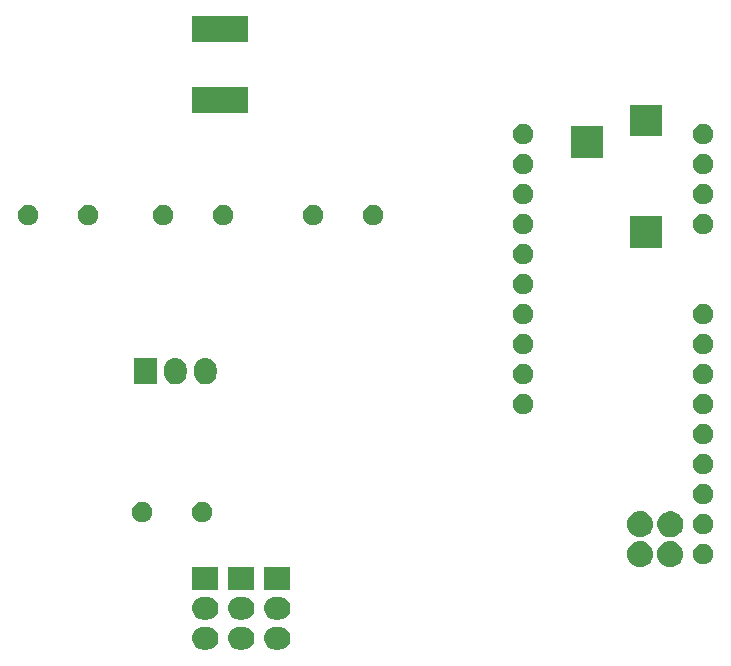
<source format=gbs>
G04 #@! TF.FileFunction,Soldermask,Bot*
%FSLAX46Y46*%
G04 Gerber Fmt 4.6, Leading zero omitted, Abs format (unit mm)*
G04 Created by KiCad (PCBNEW 4.0.1-stable) date 2016/05/06 11:29:42*
%MOMM*%
G01*
G04 APERTURE LIST*
%ADD10C,0.100000*%
G04 APERTURE END LIST*
D10*
G36*
X120218158Y-137568051D02*
X120224354Y-137568094D01*
X120411244Y-137589057D01*
X120590502Y-137645921D01*
X120755302Y-137736521D01*
X120899366Y-137857404D01*
X121017206Y-138003968D01*
X121104334Y-138170629D01*
X121157432Y-138351039D01*
X121157436Y-138351078D01*
X121157438Y-138351086D01*
X121174479Y-138538325D01*
X121154826Y-138725310D01*
X121154823Y-138725319D01*
X121154819Y-138725359D01*
X121099207Y-138905010D01*
X121009761Y-139070438D01*
X120889886Y-139215342D01*
X120744148Y-139334203D01*
X120578099Y-139422493D01*
X120398064Y-139476848D01*
X120210900Y-139495200D01*
X119895265Y-139495200D01*
X119888042Y-139495149D01*
X119881846Y-139495106D01*
X119694956Y-139474143D01*
X119515698Y-139417279D01*
X119350898Y-139326679D01*
X119206834Y-139205796D01*
X119088994Y-139059232D01*
X119001866Y-138892571D01*
X118948768Y-138712161D01*
X118948764Y-138712122D01*
X118948762Y-138712114D01*
X118931721Y-138524875D01*
X118951374Y-138337890D01*
X118951377Y-138337881D01*
X118951381Y-138337841D01*
X119006993Y-138158190D01*
X119096439Y-137992762D01*
X119216314Y-137847858D01*
X119362052Y-137728997D01*
X119528101Y-137640707D01*
X119708136Y-137586352D01*
X119895300Y-137568000D01*
X120210935Y-137568000D01*
X120218158Y-137568051D01*
X120218158Y-137568051D01*
G37*
G36*
X117170158Y-137568051D02*
X117176354Y-137568094D01*
X117363244Y-137589057D01*
X117542502Y-137645921D01*
X117707302Y-137736521D01*
X117851366Y-137857404D01*
X117969206Y-138003968D01*
X118056334Y-138170629D01*
X118109432Y-138351039D01*
X118109436Y-138351078D01*
X118109438Y-138351086D01*
X118126479Y-138538325D01*
X118106826Y-138725310D01*
X118106823Y-138725319D01*
X118106819Y-138725359D01*
X118051207Y-138905010D01*
X117961761Y-139070438D01*
X117841886Y-139215342D01*
X117696148Y-139334203D01*
X117530099Y-139422493D01*
X117350064Y-139476848D01*
X117162900Y-139495200D01*
X116847265Y-139495200D01*
X116840042Y-139495149D01*
X116833846Y-139495106D01*
X116646956Y-139474143D01*
X116467698Y-139417279D01*
X116302898Y-139326679D01*
X116158834Y-139205796D01*
X116040994Y-139059232D01*
X115953866Y-138892571D01*
X115900768Y-138712161D01*
X115900764Y-138712122D01*
X115900762Y-138712114D01*
X115883721Y-138524875D01*
X115903374Y-138337890D01*
X115903377Y-138337881D01*
X115903381Y-138337841D01*
X115958993Y-138158190D01*
X116048439Y-137992762D01*
X116168314Y-137847858D01*
X116314052Y-137728997D01*
X116480101Y-137640707D01*
X116660136Y-137586352D01*
X116847300Y-137568000D01*
X117162935Y-137568000D01*
X117170158Y-137568051D01*
X117170158Y-137568051D01*
G37*
G36*
X114122158Y-137568051D02*
X114128354Y-137568094D01*
X114315244Y-137589057D01*
X114494502Y-137645921D01*
X114659302Y-137736521D01*
X114803366Y-137857404D01*
X114921206Y-138003968D01*
X115008334Y-138170629D01*
X115061432Y-138351039D01*
X115061436Y-138351078D01*
X115061438Y-138351086D01*
X115078479Y-138538325D01*
X115058826Y-138725310D01*
X115058823Y-138725319D01*
X115058819Y-138725359D01*
X115003207Y-138905010D01*
X114913761Y-139070438D01*
X114793886Y-139215342D01*
X114648148Y-139334203D01*
X114482099Y-139422493D01*
X114302064Y-139476848D01*
X114114900Y-139495200D01*
X113799265Y-139495200D01*
X113792042Y-139495149D01*
X113785846Y-139495106D01*
X113598956Y-139474143D01*
X113419698Y-139417279D01*
X113254898Y-139326679D01*
X113110834Y-139205796D01*
X112992994Y-139059232D01*
X112905866Y-138892571D01*
X112852768Y-138712161D01*
X112852764Y-138712122D01*
X112852762Y-138712114D01*
X112835721Y-138524875D01*
X112855374Y-138337890D01*
X112855377Y-138337881D01*
X112855381Y-138337841D01*
X112910993Y-138158190D01*
X113000439Y-137992762D01*
X113120314Y-137847858D01*
X113266052Y-137728997D01*
X113432101Y-137640707D01*
X113612136Y-137586352D01*
X113799300Y-137568000D01*
X114114935Y-137568000D01*
X114122158Y-137568051D01*
X114122158Y-137568051D01*
G37*
G36*
X120218158Y-135028051D02*
X120224354Y-135028094D01*
X120411244Y-135049057D01*
X120590502Y-135105921D01*
X120755302Y-135196521D01*
X120899366Y-135317404D01*
X121017206Y-135463968D01*
X121104334Y-135630629D01*
X121157432Y-135811039D01*
X121157436Y-135811078D01*
X121157438Y-135811086D01*
X121174479Y-135998325D01*
X121154826Y-136185310D01*
X121154823Y-136185319D01*
X121154819Y-136185359D01*
X121099207Y-136365010D01*
X121009761Y-136530438D01*
X120889886Y-136675342D01*
X120744148Y-136794203D01*
X120578099Y-136882493D01*
X120398064Y-136936848D01*
X120210900Y-136955200D01*
X119895265Y-136955200D01*
X119888042Y-136955149D01*
X119881846Y-136955106D01*
X119694956Y-136934143D01*
X119515698Y-136877279D01*
X119350898Y-136786679D01*
X119206834Y-136665796D01*
X119088994Y-136519232D01*
X119001866Y-136352571D01*
X118948768Y-136172161D01*
X118948764Y-136172122D01*
X118948762Y-136172114D01*
X118931721Y-135984875D01*
X118951374Y-135797890D01*
X118951377Y-135797881D01*
X118951381Y-135797841D01*
X119006993Y-135618190D01*
X119096439Y-135452762D01*
X119216314Y-135307858D01*
X119362052Y-135188997D01*
X119528101Y-135100707D01*
X119708136Y-135046352D01*
X119895300Y-135028000D01*
X120210935Y-135028000D01*
X120218158Y-135028051D01*
X120218158Y-135028051D01*
G37*
G36*
X117170158Y-135028051D02*
X117176354Y-135028094D01*
X117363244Y-135049057D01*
X117542502Y-135105921D01*
X117707302Y-135196521D01*
X117851366Y-135317404D01*
X117969206Y-135463968D01*
X118056334Y-135630629D01*
X118109432Y-135811039D01*
X118109436Y-135811078D01*
X118109438Y-135811086D01*
X118126479Y-135998325D01*
X118106826Y-136185310D01*
X118106823Y-136185319D01*
X118106819Y-136185359D01*
X118051207Y-136365010D01*
X117961761Y-136530438D01*
X117841886Y-136675342D01*
X117696148Y-136794203D01*
X117530099Y-136882493D01*
X117350064Y-136936848D01*
X117162900Y-136955200D01*
X116847265Y-136955200D01*
X116840042Y-136955149D01*
X116833846Y-136955106D01*
X116646956Y-136934143D01*
X116467698Y-136877279D01*
X116302898Y-136786679D01*
X116158834Y-136665796D01*
X116040994Y-136519232D01*
X115953866Y-136352571D01*
X115900768Y-136172161D01*
X115900764Y-136172122D01*
X115900762Y-136172114D01*
X115883721Y-135984875D01*
X115903374Y-135797890D01*
X115903377Y-135797881D01*
X115903381Y-135797841D01*
X115958993Y-135618190D01*
X116048439Y-135452762D01*
X116168314Y-135307858D01*
X116314052Y-135188997D01*
X116480101Y-135100707D01*
X116660136Y-135046352D01*
X116847300Y-135028000D01*
X117162935Y-135028000D01*
X117170158Y-135028051D01*
X117170158Y-135028051D01*
G37*
G36*
X114122158Y-135028051D02*
X114128354Y-135028094D01*
X114315244Y-135049057D01*
X114494502Y-135105921D01*
X114659302Y-135196521D01*
X114803366Y-135317404D01*
X114921206Y-135463968D01*
X115008334Y-135630629D01*
X115061432Y-135811039D01*
X115061436Y-135811078D01*
X115061438Y-135811086D01*
X115078479Y-135998325D01*
X115058826Y-136185310D01*
X115058823Y-136185319D01*
X115058819Y-136185359D01*
X115003207Y-136365010D01*
X114913761Y-136530438D01*
X114793886Y-136675342D01*
X114648148Y-136794203D01*
X114482099Y-136882493D01*
X114302064Y-136936848D01*
X114114900Y-136955200D01*
X113799265Y-136955200D01*
X113792042Y-136955149D01*
X113785846Y-136955106D01*
X113598956Y-136934143D01*
X113419698Y-136877279D01*
X113254898Y-136786679D01*
X113110834Y-136665796D01*
X112992994Y-136519232D01*
X112905866Y-136352571D01*
X112852768Y-136172161D01*
X112852764Y-136172122D01*
X112852762Y-136172114D01*
X112835721Y-135984875D01*
X112855374Y-135797890D01*
X112855377Y-135797881D01*
X112855381Y-135797841D01*
X112910993Y-135618190D01*
X113000439Y-135452762D01*
X113120314Y-135307858D01*
X113266052Y-135188997D01*
X113432101Y-135100707D01*
X113612136Y-135046352D01*
X113799300Y-135028000D01*
X114114935Y-135028000D01*
X114122158Y-135028051D01*
X114122158Y-135028051D01*
G37*
G36*
X121169100Y-134415200D02*
X118937100Y-134415200D01*
X118937100Y-132488000D01*
X121169100Y-132488000D01*
X121169100Y-134415200D01*
X121169100Y-134415200D01*
G37*
G36*
X118121100Y-134415200D02*
X115889100Y-134415200D01*
X115889100Y-132488000D01*
X118121100Y-132488000D01*
X118121100Y-134415200D01*
X118121100Y-134415200D01*
G37*
G36*
X115073100Y-134415200D02*
X112841100Y-134415200D01*
X112841100Y-132488000D01*
X115073100Y-132488000D01*
X115073100Y-134415200D01*
X115073100Y-134415200D01*
G37*
G36*
X151008237Y-130336737D02*
X151008251Y-130336741D01*
X151008286Y-130336745D01*
X151213367Y-130400229D01*
X151402212Y-130502337D01*
X151567628Y-130639180D01*
X151703313Y-130805547D01*
X151804101Y-130995101D01*
X151866151Y-131200620D01*
X151887100Y-131414278D01*
X151887100Y-131424922D01*
X151886993Y-131440280D01*
X151863062Y-131653625D01*
X151798149Y-131858258D01*
X151694725Y-132046386D01*
X151556730Y-132210842D01*
X151389420Y-132345363D01*
X151199167Y-132444824D01*
X150993219Y-132505438D01*
X150993187Y-132505441D01*
X150993173Y-132505445D01*
X150779423Y-132524898D01*
X150565963Y-132502463D01*
X150565949Y-132502459D01*
X150565914Y-132502455D01*
X150360833Y-132438971D01*
X150171988Y-132336863D01*
X150006572Y-132200020D01*
X149870887Y-132033653D01*
X149770099Y-131844099D01*
X149708049Y-131638580D01*
X149687100Y-131424922D01*
X149687100Y-131414278D01*
X149687207Y-131398920D01*
X149711138Y-131185575D01*
X149776051Y-130980942D01*
X149879475Y-130792814D01*
X150017470Y-130628358D01*
X150184780Y-130493837D01*
X150375033Y-130394376D01*
X150580981Y-130333762D01*
X150581013Y-130333759D01*
X150581027Y-130333755D01*
X150794777Y-130314302D01*
X151008237Y-130336737D01*
X151008237Y-130336737D01*
G37*
G36*
X153548237Y-130336737D02*
X153548251Y-130336741D01*
X153548286Y-130336745D01*
X153753367Y-130400229D01*
X153942212Y-130502337D01*
X154107628Y-130639180D01*
X154243313Y-130805547D01*
X154344101Y-130995101D01*
X154406151Y-131200620D01*
X154427100Y-131414278D01*
X154427100Y-131424922D01*
X154426993Y-131440280D01*
X154403062Y-131653625D01*
X154338149Y-131858258D01*
X154234725Y-132046386D01*
X154096730Y-132210842D01*
X153929420Y-132345363D01*
X153739167Y-132444824D01*
X153533219Y-132505438D01*
X153533187Y-132505441D01*
X153533173Y-132505445D01*
X153319423Y-132524898D01*
X153105963Y-132502463D01*
X153105949Y-132502459D01*
X153105914Y-132502455D01*
X152900833Y-132438971D01*
X152711988Y-132336863D01*
X152546572Y-132200020D01*
X152410887Y-132033653D01*
X152310099Y-131844099D01*
X152248049Y-131638580D01*
X152227100Y-131424922D01*
X152227100Y-131414278D01*
X152227207Y-131398920D01*
X152251138Y-131185575D01*
X152316051Y-130980942D01*
X152419475Y-130792814D01*
X152557470Y-130628358D01*
X152724780Y-130493837D01*
X152915033Y-130394376D01*
X153120981Y-130333762D01*
X153121013Y-130333759D01*
X153121027Y-130333755D01*
X153334777Y-130314302D01*
X153548237Y-130336737D01*
X153548237Y-130336737D01*
G37*
G36*
X156211639Y-130558172D02*
X156377236Y-130592164D01*
X156533071Y-130657672D01*
X156673219Y-130752202D01*
X156792337Y-130872155D01*
X156885888Y-131012959D01*
X156950303Y-131169245D01*
X156983071Y-131334733D01*
X156983071Y-131334743D01*
X156983137Y-131335077D01*
X156980441Y-131528160D01*
X156980365Y-131528494D01*
X156980365Y-131528505D01*
X156942991Y-131693006D01*
X156874233Y-131847439D01*
X156776790Y-131985574D01*
X156654366Y-132102156D01*
X156511639Y-132192734D01*
X156354031Y-132253867D01*
X156187554Y-132283220D01*
X156018544Y-132279681D01*
X155853436Y-132243379D01*
X155698531Y-132175703D01*
X155559713Y-132079222D01*
X155442284Y-131957620D01*
X155350712Y-131815528D01*
X155288481Y-131658352D01*
X155257964Y-131492076D01*
X155260325Y-131323047D01*
X155295471Y-131157697D01*
X155362067Y-131002318D01*
X155457573Y-130862835D01*
X155578354Y-130744557D01*
X155719805Y-130651994D01*
X155876544Y-130588667D01*
X156042593Y-130556992D01*
X156211639Y-130558172D01*
X156211639Y-130558172D01*
G37*
G36*
X151008237Y-127796737D02*
X151008251Y-127796741D01*
X151008286Y-127796745D01*
X151213367Y-127860229D01*
X151402212Y-127962337D01*
X151567628Y-128099180D01*
X151703313Y-128265547D01*
X151804101Y-128455101D01*
X151866151Y-128660620D01*
X151887100Y-128874278D01*
X151887100Y-128884922D01*
X151886993Y-128900280D01*
X151863062Y-129113625D01*
X151798149Y-129318258D01*
X151694725Y-129506386D01*
X151556730Y-129670842D01*
X151389420Y-129805363D01*
X151199167Y-129904824D01*
X150993219Y-129965438D01*
X150993187Y-129965441D01*
X150993173Y-129965445D01*
X150779423Y-129984898D01*
X150565963Y-129962463D01*
X150565949Y-129962459D01*
X150565914Y-129962455D01*
X150360833Y-129898971D01*
X150171988Y-129796863D01*
X150006572Y-129660020D01*
X149870887Y-129493653D01*
X149770099Y-129304099D01*
X149708049Y-129098580D01*
X149687100Y-128884922D01*
X149687100Y-128874278D01*
X149687207Y-128858920D01*
X149711138Y-128645575D01*
X149776051Y-128440942D01*
X149879475Y-128252814D01*
X150017470Y-128088358D01*
X150184780Y-127953837D01*
X150375033Y-127854376D01*
X150580981Y-127793762D01*
X150581013Y-127793759D01*
X150581027Y-127793755D01*
X150794777Y-127774302D01*
X151008237Y-127796737D01*
X151008237Y-127796737D01*
G37*
G36*
X153442637Y-127780331D02*
X153653955Y-127823709D01*
X153852817Y-127907303D01*
X154031659Y-128027933D01*
X154183668Y-128181007D01*
X154303042Y-128360681D01*
X154385248Y-128560124D01*
X154427081Y-128771396D01*
X154427081Y-128771405D01*
X154427147Y-128771739D01*
X154423706Y-129018134D01*
X154423630Y-129018468D01*
X154423630Y-129018480D01*
X154375917Y-129228493D01*
X154288174Y-129425565D01*
X154163826Y-129601840D01*
X154007602Y-129750610D01*
X153825467Y-129866196D01*
X153624343Y-129944208D01*
X153411902Y-129981666D01*
X153196228Y-129977149D01*
X152985534Y-129930825D01*
X152787856Y-129844461D01*
X152610718Y-129721347D01*
X152460863Y-129566167D01*
X152344007Y-129384844D01*
X152264595Y-129184271D01*
X152225652Y-128972088D01*
X152228665Y-128756389D01*
X152273514Y-128545386D01*
X152358498Y-128347106D01*
X152480373Y-128169112D01*
X152634501Y-128018177D01*
X152815008Y-127900057D01*
X153015021Y-127819246D01*
X153226918Y-127778825D01*
X153442637Y-127780331D01*
X153442637Y-127780331D01*
G37*
G36*
X156211639Y-128018172D02*
X156377236Y-128052164D01*
X156533071Y-128117672D01*
X156673219Y-128212202D01*
X156792337Y-128332155D01*
X156885888Y-128472959D01*
X156950303Y-128629245D01*
X156983071Y-128794733D01*
X156983071Y-128794743D01*
X156983137Y-128795077D01*
X156980441Y-128988160D01*
X156980365Y-128988494D01*
X156980365Y-128988505D01*
X156942991Y-129153006D01*
X156874233Y-129307439D01*
X156776790Y-129445574D01*
X156654366Y-129562156D01*
X156511639Y-129652734D01*
X156354031Y-129713867D01*
X156187554Y-129743220D01*
X156018544Y-129739681D01*
X155853436Y-129703379D01*
X155698531Y-129635703D01*
X155559713Y-129539222D01*
X155442284Y-129417620D01*
X155350712Y-129275528D01*
X155288481Y-129118352D01*
X155257964Y-128952076D01*
X155260325Y-128783047D01*
X155295471Y-128617697D01*
X155362067Y-128462318D01*
X155457573Y-128322835D01*
X155578354Y-128204557D01*
X155719805Y-128111994D01*
X155876544Y-128048667D01*
X156042593Y-128016992D01*
X156211639Y-128018172D01*
X156211639Y-128018172D01*
G37*
G36*
X108713639Y-127002172D02*
X108879236Y-127036164D01*
X109035071Y-127101672D01*
X109175219Y-127196202D01*
X109294337Y-127316155D01*
X109387888Y-127456959D01*
X109452303Y-127613245D01*
X109485071Y-127778733D01*
X109485071Y-127778743D01*
X109485137Y-127779077D01*
X109482441Y-127972160D01*
X109482365Y-127972494D01*
X109482365Y-127972505D01*
X109444991Y-128137006D01*
X109376233Y-128291439D01*
X109278790Y-128429574D01*
X109156366Y-128546156D01*
X109013639Y-128636734D01*
X108856031Y-128697867D01*
X108689554Y-128727220D01*
X108520544Y-128723681D01*
X108355436Y-128687379D01*
X108200531Y-128619703D01*
X108061713Y-128523222D01*
X107944284Y-128401620D01*
X107852712Y-128259528D01*
X107790481Y-128102352D01*
X107759964Y-127936076D01*
X107762325Y-127767047D01*
X107797471Y-127601697D01*
X107864067Y-127446318D01*
X107959573Y-127306835D01*
X108080354Y-127188557D01*
X108221805Y-127095994D01*
X108378544Y-127032667D01*
X108544593Y-127000992D01*
X108713639Y-127002172D01*
X108713639Y-127002172D01*
G37*
G36*
X113793639Y-127002172D02*
X113959236Y-127036164D01*
X114115071Y-127101672D01*
X114255219Y-127196202D01*
X114374337Y-127316155D01*
X114467888Y-127456959D01*
X114532303Y-127613245D01*
X114565071Y-127778733D01*
X114565071Y-127778743D01*
X114565137Y-127779077D01*
X114562441Y-127972160D01*
X114562365Y-127972494D01*
X114562365Y-127972505D01*
X114524991Y-128137006D01*
X114456233Y-128291439D01*
X114358790Y-128429574D01*
X114236366Y-128546156D01*
X114093639Y-128636734D01*
X113936031Y-128697867D01*
X113769554Y-128727220D01*
X113600544Y-128723681D01*
X113435436Y-128687379D01*
X113280531Y-128619703D01*
X113141713Y-128523222D01*
X113024284Y-128401620D01*
X112932712Y-128259528D01*
X112870481Y-128102352D01*
X112839964Y-127936076D01*
X112842325Y-127767047D01*
X112877471Y-127601697D01*
X112944067Y-127446318D01*
X113039573Y-127306835D01*
X113160354Y-127188557D01*
X113301805Y-127095994D01*
X113458544Y-127032667D01*
X113624593Y-127000992D01*
X113793639Y-127002172D01*
X113793639Y-127002172D01*
G37*
G36*
X156211639Y-125478172D02*
X156377236Y-125512164D01*
X156533071Y-125577672D01*
X156673219Y-125672202D01*
X156792337Y-125792155D01*
X156885888Y-125932959D01*
X156950303Y-126089245D01*
X156983071Y-126254733D01*
X156983071Y-126254743D01*
X156983137Y-126255077D01*
X156980441Y-126448160D01*
X156980365Y-126448494D01*
X156980365Y-126448505D01*
X156942991Y-126613006D01*
X156874233Y-126767439D01*
X156776790Y-126905574D01*
X156654366Y-127022156D01*
X156511639Y-127112734D01*
X156354031Y-127173867D01*
X156187554Y-127203220D01*
X156018544Y-127199681D01*
X155853436Y-127163379D01*
X155698531Y-127095703D01*
X155559713Y-126999222D01*
X155442284Y-126877620D01*
X155350712Y-126735528D01*
X155288481Y-126578352D01*
X155257964Y-126412076D01*
X155260325Y-126243047D01*
X155295471Y-126077697D01*
X155362067Y-125922318D01*
X155457573Y-125782835D01*
X155578354Y-125664557D01*
X155719805Y-125571994D01*
X155876544Y-125508667D01*
X156042593Y-125476992D01*
X156211639Y-125478172D01*
X156211639Y-125478172D01*
G37*
G36*
X156211639Y-122938172D02*
X156377236Y-122972164D01*
X156533071Y-123037672D01*
X156673219Y-123132202D01*
X156792337Y-123252155D01*
X156885888Y-123392959D01*
X156950303Y-123549245D01*
X156983071Y-123714733D01*
X156983071Y-123714743D01*
X156983137Y-123715077D01*
X156980441Y-123908160D01*
X156980365Y-123908494D01*
X156980365Y-123908505D01*
X156942991Y-124073006D01*
X156874233Y-124227439D01*
X156776790Y-124365574D01*
X156654366Y-124482156D01*
X156511639Y-124572734D01*
X156354031Y-124633867D01*
X156187554Y-124663220D01*
X156018544Y-124659681D01*
X155853436Y-124623379D01*
X155698531Y-124555703D01*
X155559713Y-124459222D01*
X155442284Y-124337620D01*
X155350712Y-124195528D01*
X155288481Y-124038352D01*
X155257964Y-123872076D01*
X155260325Y-123703047D01*
X155295471Y-123537697D01*
X155362067Y-123382318D01*
X155457573Y-123242835D01*
X155578354Y-123124557D01*
X155719805Y-123031994D01*
X155876544Y-122968667D01*
X156042593Y-122936992D01*
X156211639Y-122938172D01*
X156211639Y-122938172D01*
G37*
G36*
X156211639Y-120398172D02*
X156377236Y-120432164D01*
X156533071Y-120497672D01*
X156673219Y-120592202D01*
X156792337Y-120712155D01*
X156885888Y-120852959D01*
X156950303Y-121009245D01*
X156983071Y-121174733D01*
X156983071Y-121174743D01*
X156983137Y-121175077D01*
X156980441Y-121368160D01*
X156980365Y-121368494D01*
X156980365Y-121368505D01*
X156942991Y-121533006D01*
X156874233Y-121687439D01*
X156776790Y-121825574D01*
X156654366Y-121942156D01*
X156511639Y-122032734D01*
X156354031Y-122093867D01*
X156187554Y-122123220D01*
X156018544Y-122119681D01*
X155853436Y-122083379D01*
X155698531Y-122015703D01*
X155559713Y-121919222D01*
X155442284Y-121797620D01*
X155350712Y-121655528D01*
X155288481Y-121498352D01*
X155257964Y-121332076D01*
X155260325Y-121163047D01*
X155295471Y-120997697D01*
X155362067Y-120842318D01*
X155457573Y-120702835D01*
X155578354Y-120584557D01*
X155719805Y-120491994D01*
X155876544Y-120428667D01*
X156042593Y-120396992D01*
X156211639Y-120398172D01*
X156211639Y-120398172D01*
G37*
G36*
X140971639Y-117858172D02*
X141137236Y-117892164D01*
X141293071Y-117957672D01*
X141433219Y-118052202D01*
X141552337Y-118172155D01*
X141645888Y-118312959D01*
X141710303Y-118469245D01*
X141743071Y-118634733D01*
X141743071Y-118634743D01*
X141743137Y-118635077D01*
X141740441Y-118828160D01*
X141740365Y-118828494D01*
X141740365Y-118828505D01*
X141702991Y-118993006D01*
X141634233Y-119147439D01*
X141536790Y-119285574D01*
X141414366Y-119402156D01*
X141271639Y-119492734D01*
X141114031Y-119553867D01*
X140947554Y-119583220D01*
X140778544Y-119579681D01*
X140613436Y-119543379D01*
X140458531Y-119475703D01*
X140319713Y-119379222D01*
X140202284Y-119257620D01*
X140110712Y-119115528D01*
X140048481Y-118958352D01*
X140017964Y-118792076D01*
X140020325Y-118623047D01*
X140055471Y-118457697D01*
X140122067Y-118302318D01*
X140217573Y-118162835D01*
X140338354Y-118044557D01*
X140479805Y-117951994D01*
X140636544Y-117888667D01*
X140802593Y-117856992D01*
X140971639Y-117858172D01*
X140971639Y-117858172D01*
G37*
G36*
X156211639Y-117858172D02*
X156377236Y-117892164D01*
X156533071Y-117957672D01*
X156673219Y-118052202D01*
X156792337Y-118172155D01*
X156885888Y-118312959D01*
X156950303Y-118469245D01*
X156983071Y-118634733D01*
X156983071Y-118634743D01*
X156983137Y-118635077D01*
X156980441Y-118828160D01*
X156980365Y-118828494D01*
X156980365Y-118828505D01*
X156942991Y-118993006D01*
X156874233Y-119147439D01*
X156776790Y-119285574D01*
X156654366Y-119402156D01*
X156511639Y-119492734D01*
X156354031Y-119553867D01*
X156187554Y-119583220D01*
X156018544Y-119579681D01*
X155853436Y-119543379D01*
X155698531Y-119475703D01*
X155559713Y-119379222D01*
X155442284Y-119257620D01*
X155350712Y-119115528D01*
X155288481Y-118958352D01*
X155257964Y-118792076D01*
X155260325Y-118623047D01*
X155295471Y-118457697D01*
X155362067Y-118302318D01*
X155457573Y-118162835D01*
X155578354Y-118044557D01*
X155719805Y-117951994D01*
X155876544Y-117888667D01*
X156042593Y-117856992D01*
X156211639Y-117858172D01*
X156211639Y-117858172D01*
G37*
G36*
X111610810Y-114823874D02*
X111610819Y-114823877D01*
X111610859Y-114823881D01*
X111790510Y-114879493D01*
X111955938Y-114968939D01*
X112100842Y-115088814D01*
X112219703Y-115234552D01*
X112307993Y-115400601D01*
X112362348Y-115580636D01*
X112380700Y-115767800D01*
X112380700Y-116083400D01*
X112380606Y-116096854D01*
X112359643Y-116283744D01*
X112302779Y-116463002D01*
X112212179Y-116627802D01*
X112091296Y-116771866D01*
X111944732Y-116889706D01*
X111778071Y-116976834D01*
X111597661Y-117029932D01*
X111597622Y-117029936D01*
X111597614Y-117029938D01*
X111410375Y-117046979D01*
X111223390Y-117027326D01*
X111223381Y-117027323D01*
X111223341Y-117027319D01*
X111043690Y-116971707D01*
X110878262Y-116882261D01*
X110733358Y-116762386D01*
X110614497Y-116616648D01*
X110526207Y-116450599D01*
X110471852Y-116270564D01*
X110453500Y-116083400D01*
X110453500Y-115767800D01*
X110453594Y-115754346D01*
X110474557Y-115567456D01*
X110531421Y-115388198D01*
X110622021Y-115223398D01*
X110742904Y-115079334D01*
X110889468Y-114961494D01*
X111056129Y-114874366D01*
X111236539Y-114821268D01*
X111236578Y-114821264D01*
X111236586Y-114821262D01*
X111423825Y-114804221D01*
X111610810Y-114823874D01*
X111610810Y-114823874D01*
G37*
G36*
X114150810Y-114823874D02*
X114150819Y-114823877D01*
X114150859Y-114823881D01*
X114330510Y-114879493D01*
X114495938Y-114968939D01*
X114640842Y-115088814D01*
X114759703Y-115234552D01*
X114847993Y-115400601D01*
X114902348Y-115580636D01*
X114920700Y-115767800D01*
X114920700Y-116083400D01*
X114920606Y-116096854D01*
X114899643Y-116283744D01*
X114842779Y-116463002D01*
X114752179Y-116627802D01*
X114631296Y-116771866D01*
X114484732Y-116889706D01*
X114318071Y-116976834D01*
X114137661Y-117029932D01*
X114137622Y-117029936D01*
X114137614Y-117029938D01*
X113950375Y-117046979D01*
X113763390Y-117027326D01*
X113763381Y-117027323D01*
X113763341Y-117027319D01*
X113583690Y-116971707D01*
X113418262Y-116882261D01*
X113273358Y-116762386D01*
X113154497Y-116616648D01*
X113066207Y-116450599D01*
X113011852Y-116270564D01*
X112993500Y-116083400D01*
X112993500Y-115767800D01*
X112993594Y-115754346D01*
X113014557Y-115567456D01*
X113071421Y-115388198D01*
X113162021Y-115223398D01*
X113282904Y-115079334D01*
X113429468Y-114961494D01*
X113596129Y-114874366D01*
X113776539Y-114821268D01*
X113776578Y-114821264D01*
X113776586Y-114821262D01*
X113963825Y-114804221D01*
X114150810Y-114823874D01*
X114150810Y-114823874D01*
G37*
G36*
X156211639Y-115318172D02*
X156377236Y-115352164D01*
X156533071Y-115417672D01*
X156673219Y-115512202D01*
X156792337Y-115632155D01*
X156885888Y-115772959D01*
X156950303Y-115929245D01*
X156983071Y-116094733D01*
X156983071Y-116094743D01*
X156983137Y-116095077D01*
X156980441Y-116288160D01*
X156980365Y-116288494D01*
X156980365Y-116288505D01*
X156942991Y-116453006D01*
X156874233Y-116607439D01*
X156776790Y-116745574D01*
X156654366Y-116862156D01*
X156511639Y-116952734D01*
X156354031Y-117013867D01*
X156187554Y-117043220D01*
X156018544Y-117039681D01*
X155853436Y-117003379D01*
X155698531Y-116935703D01*
X155559713Y-116839222D01*
X155442284Y-116717620D01*
X155350712Y-116575528D01*
X155288481Y-116418352D01*
X155257964Y-116252076D01*
X155260325Y-116083047D01*
X155295471Y-115917697D01*
X155362067Y-115762318D01*
X155457573Y-115622835D01*
X155578354Y-115504557D01*
X155719805Y-115411994D01*
X155876544Y-115348667D01*
X156042593Y-115316992D01*
X156211639Y-115318172D01*
X156211639Y-115318172D01*
G37*
G36*
X140971639Y-115318172D02*
X141137236Y-115352164D01*
X141293071Y-115417672D01*
X141433219Y-115512202D01*
X141552337Y-115632155D01*
X141645888Y-115772959D01*
X141710303Y-115929245D01*
X141743071Y-116094733D01*
X141743071Y-116094743D01*
X141743137Y-116095077D01*
X141740441Y-116288160D01*
X141740365Y-116288494D01*
X141740365Y-116288505D01*
X141702991Y-116453006D01*
X141634233Y-116607439D01*
X141536790Y-116745574D01*
X141414366Y-116862156D01*
X141271639Y-116952734D01*
X141114031Y-117013867D01*
X140947554Y-117043220D01*
X140778544Y-117039681D01*
X140613436Y-117003379D01*
X140458531Y-116935703D01*
X140319713Y-116839222D01*
X140202284Y-116717620D01*
X140110712Y-116575528D01*
X140048481Y-116418352D01*
X140017964Y-116252076D01*
X140020325Y-116083047D01*
X140055471Y-115917697D01*
X140122067Y-115762318D01*
X140217573Y-115622835D01*
X140338354Y-115504557D01*
X140479805Y-115411994D01*
X140636544Y-115348667D01*
X140802593Y-115316992D01*
X140971639Y-115318172D01*
X140971639Y-115318172D01*
G37*
G36*
X109840700Y-117041600D02*
X107913500Y-117041600D01*
X107913500Y-114809600D01*
X109840700Y-114809600D01*
X109840700Y-117041600D01*
X109840700Y-117041600D01*
G37*
G36*
X140971639Y-112778172D02*
X141137236Y-112812164D01*
X141293071Y-112877672D01*
X141433219Y-112972202D01*
X141552337Y-113092155D01*
X141645888Y-113232959D01*
X141710303Y-113389245D01*
X141743071Y-113554733D01*
X141743071Y-113554743D01*
X141743137Y-113555077D01*
X141740441Y-113748160D01*
X141740365Y-113748494D01*
X141740365Y-113748505D01*
X141702991Y-113913006D01*
X141634233Y-114067439D01*
X141536790Y-114205574D01*
X141414366Y-114322156D01*
X141271639Y-114412734D01*
X141114031Y-114473867D01*
X140947554Y-114503220D01*
X140778544Y-114499681D01*
X140613436Y-114463379D01*
X140458531Y-114395703D01*
X140319713Y-114299222D01*
X140202284Y-114177620D01*
X140110712Y-114035528D01*
X140048481Y-113878352D01*
X140017964Y-113712076D01*
X140020325Y-113543047D01*
X140055471Y-113377697D01*
X140122067Y-113222318D01*
X140217573Y-113082835D01*
X140338354Y-112964557D01*
X140479805Y-112871994D01*
X140636544Y-112808667D01*
X140802593Y-112776992D01*
X140971639Y-112778172D01*
X140971639Y-112778172D01*
G37*
G36*
X156211639Y-112778172D02*
X156377236Y-112812164D01*
X156533071Y-112877672D01*
X156673219Y-112972202D01*
X156792337Y-113092155D01*
X156885888Y-113232959D01*
X156950303Y-113389245D01*
X156983071Y-113554733D01*
X156983071Y-113554743D01*
X156983137Y-113555077D01*
X156980441Y-113748160D01*
X156980365Y-113748494D01*
X156980365Y-113748505D01*
X156942991Y-113913006D01*
X156874233Y-114067439D01*
X156776790Y-114205574D01*
X156654366Y-114322156D01*
X156511639Y-114412734D01*
X156354031Y-114473867D01*
X156187554Y-114503220D01*
X156018544Y-114499681D01*
X155853436Y-114463379D01*
X155698531Y-114395703D01*
X155559713Y-114299222D01*
X155442284Y-114177620D01*
X155350712Y-114035528D01*
X155288481Y-113878352D01*
X155257964Y-113712076D01*
X155260325Y-113543047D01*
X155295471Y-113377697D01*
X155362067Y-113222318D01*
X155457573Y-113082835D01*
X155578354Y-112964557D01*
X155719805Y-112871994D01*
X155876544Y-112808667D01*
X156042593Y-112776992D01*
X156211639Y-112778172D01*
X156211639Y-112778172D01*
G37*
G36*
X156211639Y-110238172D02*
X156377236Y-110272164D01*
X156533071Y-110337672D01*
X156673219Y-110432202D01*
X156792337Y-110552155D01*
X156885888Y-110692959D01*
X156950303Y-110849245D01*
X156983071Y-111014733D01*
X156983071Y-111014743D01*
X156983137Y-111015077D01*
X156980441Y-111208160D01*
X156980365Y-111208494D01*
X156980365Y-111208505D01*
X156942991Y-111373006D01*
X156874233Y-111527439D01*
X156776790Y-111665574D01*
X156654366Y-111782156D01*
X156511639Y-111872734D01*
X156354031Y-111933867D01*
X156187554Y-111963220D01*
X156018544Y-111959681D01*
X155853436Y-111923379D01*
X155698531Y-111855703D01*
X155559713Y-111759222D01*
X155442284Y-111637620D01*
X155350712Y-111495528D01*
X155288481Y-111338352D01*
X155257964Y-111172076D01*
X155260325Y-111003047D01*
X155295471Y-110837697D01*
X155362067Y-110682318D01*
X155457573Y-110542835D01*
X155578354Y-110424557D01*
X155719805Y-110331994D01*
X155876544Y-110268667D01*
X156042593Y-110236992D01*
X156211639Y-110238172D01*
X156211639Y-110238172D01*
G37*
G36*
X140971639Y-110238172D02*
X141137236Y-110272164D01*
X141293071Y-110337672D01*
X141433219Y-110432202D01*
X141552337Y-110552155D01*
X141645888Y-110692959D01*
X141710303Y-110849245D01*
X141743071Y-111014733D01*
X141743071Y-111014743D01*
X141743137Y-111015077D01*
X141740441Y-111208160D01*
X141740365Y-111208494D01*
X141740365Y-111208505D01*
X141702991Y-111373006D01*
X141634233Y-111527439D01*
X141536790Y-111665574D01*
X141414366Y-111782156D01*
X141271639Y-111872734D01*
X141114031Y-111933867D01*
X140947554Y-111963220D01*
X140778544Y-111959681D01*
X140613436Y-111923379D01*
X140458531Y-111855703D01*
X140319713Y-111759222D01*
X140202284Y-111637620D01*
X140110712Y-111495528D01*
X140048481Y-111338352D01*
X140017964Y-111172076D01*
X140020325Y-111003047D01*
X140055471Y-110837697D01*
X140122067Y-110682318D01*
X140217573Y-110542835D01*
X140338354Y-110424557D01*
X140479805Y-110331994D01*
X140636544Y-110268667D01*
X140802593Y-110236992D01*
X140971639Y-110238172D01*
X140971639Y-110238172D01*
G37*
G36*
X140971639Y-107698172D02*
X141137236Y-107732164D01*
X141293071Y-107797672D01*
X141433219Y-107892202D01*
X141552337Y-108012155D01*
X141645888Y-108152959D01*
X141710303Y-108309245D01*
X141743071Y-108474733D01*
X141743071Y-108474743D01*
X141743137Y-108475077D01*
X141740441Y-108668160D01*
X141740365Y-108668494D01*
X141740365Y-108668505D01*
X141702991Y-108833006D01*
X141634233Y-108987439D01*
X141536790Y-109125574D01*
X141414366Y-109242156D01*
X141271639Y-109332734D01*
X141114031Y-109393867D01*
X140947554Y-109423220D01*
X140778544Y-109419681D01*
X140613436Y-109383379D01*
X140458531Y-109315703D01*
X140319713Y-109219222D01*
X140202284Y-109097620D01*
X140110712Y-108955528D01*
X140048481Y-108798352D01*
X140017964Y-108632076D01*
X140020325Y-108463047D01*
X140055471Y-108297697D01*
X140122067Y-108142318D01*
X140217573Y-108002835D01*
X140338354Y-107884557D01*
X140479805Y-107791994D01*
X140636544Y-107728667D01*
X140802593Y-107696992D01*
X140971639Y-107698172D01*
X140971639Y-107698172D01*
G37*
G36*
X140971639Y-105158172D02*
X141137236Y-105192164D01*
X141293071Y-105257672D01*
X141433219Y-105352202D01*
X141552337Y-105472155D01*
X141645888Y-105612959D01*
X141710303Y-105769245D01*
X141743071Y-105934733D01*
X141743071Y-105934743D01*
X141743137Y-105935077D01*
X141740441Y-106128160D01*
X141740365Y-106128494D01*
X141740365Y-106128505D01*
X141702991Y-106293006D01*
X141634233Y-106447439D01*
X141536790Y-106585574D01*
X141414366Y-106702156D01*
X141271639Y-106792734D01*
X141114031Y-106853867D01*
X140947554Y-106883220D01*
X140778544Y-106879681D01*
X140613436Y-106843379D01*
X140458531Y-106775703D01*
X140319713Y-106679222D01*
X140202284Y-106557620D01*
X140110712Y-106415528D01*
X140048481Y-106258352D01*
X140017964Y-106092076D01*
X140020325Y-105923047D01*
X140055471Y-105757697D01*
X140122067Y-105602318D01*
X140217573Y-105462835D01*
X140338354Y-105344557D01*
X140479805Y-105251994D01*
X140636544Y-105188667D01*
X140802593Y-105156992D01*
X140971639Y-105158172D01*
X140971639Y-105158172D01*
G37*
G36*
X152605100Y-105455600D02*
X149905100Y-105455600D01*
X149905100Y-102755600D01*
X152605100Y-102755600D01*
X152605100Y-105455600D01*
X152605100Y-105455600D01*
G37*
G36*
X140971639Y-102618172D02*
X141137236Y-102652164D01*
X141293071Y-102717672D01*
X141433219Y-102812202D01*
X141552337Y-102932155D01*
X141645888Y-103072959D01*
X141710303Y-103229245D01*
X141743071Y-103394733D01*
X141743071Y-103394743D01*
X141743137Y-103395077D01*
X141740441Y-103588160D01*
X141740365Y-103588494D01*
X141740365Y-103588505D01*
X141702991Y-103753006D01*
X141634233Y-103907439D01*
X141536790Y-104045574D01*
X141414366Y-104162156D01*
X141271639Y-104252734D01*
X141114031Y-104313867D01*
X140947554Y-104343220D01*
X140778544Y-104339681D01*
X140613436Y-104303379D01*
X140458531Y-104235703D01*
X140319713Y-104139222D01*
X140202284Y-104017620D01*
X140110712Y-103875528D01*
X140048481Y-103718352D01*
X140017964Y-103552076D01*
X140020325Y-103383047D01*
X140055471Y-103217697D01*
X140122067Y-103062318D01*
X140217573Y-102922835D01*
X140338354Y-102804557D01*
X140479805Y-102711994D01*
X140636544Y-102648667D01*
X140802593Y-102616992D01*
X140971639Y-102618172D01*
X140971639Y-102618172D01*
G37*
G36*
X156211639Y-102618172D02*
X156377236Y-102652164D01*
X156533071Y-102717672D01*
X156673219Y-102812202D01*
X156792337Y-102932155D01*
X156885888Y-103072959D01*
X156950303Y-103229245D01*
X156983071Y-103394733D01*
X156983071Y-103394743D01*
X156983137Y-103395077D01*
X156980441Y-103588160D01*
X156980365Y-103588494D01*
X156980365Y-103588505D01*
X156942991Y-103753006D01*
X156874233Y-103907439D01*
X156776790Y-104045574D01*
X156654366Y-104162156D01*
X156511639Y-104252734D01*
X156354031Y-104313867D01*
X156187554Y-104343220D01*
X156018544Y-104339681D01*
X155853436Y-104303379D01*
X155698531Y-104235703D01*
X155559713Y-104139222D01*
X155442284Y-104017620D01*
X155350712Y-103875528D01*
X155288481Y-103718352D01*
X155257964Y-103552076D01*
X155260325Y-103383047D01*
X155295471Y-103217697D01*
X155362067Y-103062318D01*
X155457573Y-102922835D01*
X155578354Y-102804557D01*
X155719805Y-102711994D01*
X155876544Y-102648667D01*
X156042593Y-102616992D01*
X156211639Y-102618172D01*
X156211639Y-102618172D01*
G37*
G36*
X99061639Y-101856172D02*
X99227236Y-101890164D01*
X99383071Y-101955672D01*
X99523219Y-102050202D01*
X99642337Y-102170155D01*
X99735888Y-102310959D01*
X99800303Y-102467245D01*
X99833071Y-102632733D01*
X99833071Y-102632743D01*
X99833137Y-102633077D01*
X99830441Y-102826160D01*
X99830365Y-102826494D01*
X99830365Y-102826505D01*
X99792991Y-102991006D01*
X99724233Y-103145439D01*
X99626790Y-103283574D01*
X99504366Y-103400156D01*
X99361639Y-103490734D01*
X99204031Y-103551867D01*
X99037554Y-103581220D01*
X98868544Y-103577681D01*
X98703436Y-103541379D01*
X98548531Y-103473703D01*
X98409713Y-103377222D01*
X98292284Y-103255620D01*
X98200712Y-103113528D01*
X98138481Y-102956352D01*
X98107964Y-102790076D01*
X98110325Y-102621047D01*
X98145471Y-102455697D01*
X98212067Y-102300318D01*
X98307573Y-102160835D01*
X98428354Y-102042557D01*
X98569805Y-101949994D01*
X98726544Y-101886667D01*
X98892593Y-101854992D01*
X99061639Y-101856172D01*
X99061639Y-101856172D01*
G37*
G36*
X110491639Y-101856172D02*
X110657236Y-101890164D01*
X110813071Y-101955672D01*
X110953219Y-102050202D01*
X111072337Y-102170155D01*
X111165888Y-102310959D01*
X111230303Y-102467245D01*
X111263071Y-102632733D01*
X111263071Y-102632743D01*
X111263137Y-102633077D01*
X111260441Y-102826160D01*
X111260365Y-102826494D01*
X111260365Y-102826505D01*
X111222991Y-102991006D01*
X111154233Y-103145439D01*
X111056790Y-103283574D01*
X110934366Y-103400156D01*
X110791639Y-103490734D01*
X110634031Y-103551867D01*
X110467554Y-103581220D01*
X110298544Y-103577681D01*
X110133436Y-103541379D01*
X109978531Y-103473703D01*
X109839713Y-103377222D01*
X109722284Y-103255620D01*
X109630712Y-103113528D01*
X109568481Y-102956352D01*
X109537964Y-102790076D01*
X109540325Y-102621047D01*
X109575471Y-102455697D01*
X109642067Y-102300318D01*
X109737573Y-102160835D01*
X109858354Y-102042557D01*
X109999805Y-101949994D01*
X110156544Y-101886667D01*
X110322593Y-101854992D01*
X110491639Y-101856172D01*
X110491639Y-101856172D01*
G37*
G36*
X104141639Y-101856172D02*
X104307236Y-101890164D01*
X104463071Y-101955672D01*
X104603219Y-102050202D01*
X104722337Y-102170155D01*
X104815888Y-102310959D01*
X104880303Y-102467245D01*
X104913071Y-102632733D01*
X104913071Y-102632743D01*
X104913137Y-102633077D01*
X104910441Y-102826160D01*
X104910365Y-102826494D01*
X104910365Y-102826505D01*
X104872991Y-102991006D01*
X104804233Y-103145439D01*
X104706790Y-103283574D01*
X104584366Y-103400156D01*
X104441639Y-103490734D01*
X104284031Y-103551867D01*
X104117554Y-103581220D01*
X103948544Y-103577681D01*
X103783436Y-103541379D01*
X103628531Y-103473703D01*
X103489713Y-103377222D01*
X103372284Y-103255620D01*
X103280712Y-103113528D01*
X103218481Y-102956352D01*
X103187964Y-102790076D01*
X103190325Y-102621047D01*
X103225471Y-102455697D01*
X103292067Y-102300318D01*
X103387573Y-102160835D01*
X103508354Y-102042557D01*
X103649805Y-101949994D01*
X103806544Y-101886667D01*
X103972593Y-101854992D01*
X104141639Y-101856172D01*
X104141639Y-101856172D01*
G37*
G36*
X128271639Y-101856172D02*
X128437236Y-101890164D01*
X128593071Y-101955672D01*
X128733219Y-102050202D01*
X128852337Y-102170155D01*
X128945888Y-102310959D01*
X129010303Y-102467245D01*
X129043071Y-102632733D01*
X129043071Y-102632743D01*
X129043137Y-102633077D01*
X129040441Y-102826160D01*
X129040365Y-102826494D01*
X129040365Y-102826505D01*
X129002991Y-102991006D01*
X128934233Y-103145439D01*
X128836790Y-103283574D01*
X128714366Y-103400156D01*
X128571639Y-103490734D01*
X128414031Y-103551867D01*
X128247554Y-103581220D01*
X128078544Y-103577681D01*
X127913436Y-103541379D01*
X127758531Y-103473703D01*
X127619713Y-103377222D01*
X127502284Y-103255620D01*
X127410712Y-103113528D01*
X127348481Y-102956352D01*
X127317964Y-102790076D01*
X127320325Y-102621047D01*
X127355471Y-102455697D01*
X127422067Y-102300318D01*
X127517573Y-102160835D01*
X127638354Y-102042557D01*
X127779805Y-101949994D01*
X127936544Y-101886667D01*
X128102593Y-101854992D01*
X128271639Y-101856172D01*
X128271639Y-101856172D01*
G37*
G36*
X123191639Y-101856172D02*
X123357236Y-101890164D01*
X123513071Y-101955672D01*
X123653219Y-102050202D01*
X123772337Y-102170155D01*
X123865888Y-102310959D01*
X123930303Y-102467245D01*
X123963071Y-102632733D01*
X123963071Y-102632743D01*
X123963137Y-102633077D01*
X123960441Y-102826160D01*
X123960365Y-102826494D01*
X123960365Y-102826505D01*
X123922991Y-102991006D01*
X123854233Y-103145439D01*
X123756790Y-103283574D01*
X123634366Y-103400156D01*
X123491639Y-103490734D01*
X123334031Y-103551867D01*
X123167554Y-103581220D01*
X122998544Y-103577681D01*
X122833436Y-103541379D01*
X122678531Y-103473703D01*
X122539713Y-103377222D01*
X122422284Y-103255620D01*
X122330712Y-103113528D01*
X122268481Y-102956352D01*
X122237964Y-102790076D01*
X122240325Y-102621047D01*
X122275471Y-102455697D01*
X122342067Y-102300318D01*
X122437573Y-102160835D01*
X122558354Y-102042557D01*
X122699805Y-101949994D01*
X122856544Y-101886667D01*
X123022593Y-101854992D01*
X123191639Y-101856172D01*
X123191639Y-101856172D01*
G37*
G36*
X115571639Y-101856172D02*
X115737236Y-101890164D01*
X115893071Y-101955672D01*
X116033219Y-102050202D01*
X116152337Y-102170155D01*
X116245888Y-102310959D01*
X116310303Y-102467245D01*
X116343071Y-102632733D01*
X116343071Y-102632743D01*
X116343137Y-102633077D01*
X116340441Y-102826160D01*
X116340365Y-102826494D01*
X116340365Y-102826505D01*
X116302991Y-102991006D01*
X116234233Y-103145439D01*
X116136790Y-103283574D01*
X116014366Y-103400156D01*
X115871639Y-103490734D01*
X115714031Y-103551867D01*
X115547554Y-103581220D01*
X115378544Y-103577681D01*
X115213436Y-103541379D01*
X115058531Y-103473703D01*
X114919713Y-103377222D01*
X114802284Y-103255620D01*
X114710712Y-103113528D01*
X114648481Y-102956352D01*
X114617964Y-102790076D01*
X114620325Y-102621047D01*
X114655471Y-102455697D01*
X114722067Y-102300318D01*
X114817573Y-102160835D01*
X114938354Y-102042557D01*
X115079805Y-101949994D01*
X115236544Y-101886667D01*
X115402593Y-101854992D01*
X115571639Y-101856172D01*
X115571639Y-101856172D01*
G37*
G36*
X140971639Y-100078172D02*
X141137236Y-100112164D01*
X141293071Y-100177672D01*
X141433219Y-100272202D01*
X141552337Y-100392155D01*
X141645888Y-100532959D01*
X141710303Y-100689245D01*
X141743071Y-100854733D01*
X141743071Y-100854743D01*
X141743137Y-100855077D01*
X141740441Y-101048160D01*
X141740365Y-101048494D01*
X141740365Y-101048505D01*
X141702991Y-101213006D01*
X141634233Y-101367439D01*
X141536790Y-101505574D01*
X141414366Y-101622156D01*
X141271639Y-101712734D01*
X141114031Y-101773867D01*
X140947554Y-101803220D01*
X140778544Y-101799681D01*
X140613436Y-101763379D01*
X140458531Y-101695703D01*
X140319713Y-101599222D01*
X140202284Y-101477620D01*
X140110712Y-101335528D01*
X140048481Y-101178352D01*
X140017964Y-101012076D01*
X140020325Y-100843047D01*
X140055471Y-100677697D01*
X140122067Y-100522318D01*
X140217573Y-100382835D01*
X140338354Y-100264557D01*
X140479805Y-100171994D01*
X140636544Y-100108667D01*
X140802593Y-100076992D01*
X140971639Y-100078172D01*
X140971639Y-100078172D01*
G37*
G36*
X156211639Y-100078172D02*
X156377236Y-100112164D01*
X156533071Y-100177672D01*
X156673219Y-100272202D01*
X156792337Y-100392155D01*
X156885888Y-100532959D01*
X156950303Y-100689245D01*
X156983071Y-100854733D01*
X156983071Y-100854743D01*
X156983137Y-100855077D01*
X156980441Y-101048160D01*
X156980365Y-101048494D01*
X156980365Y-101048505D01*
X156942991Y-101213006D01*
X156874233Y-101367439D01*
X156776790Y-101505574D01*
X156654366Y-101622156D01*
X156511639Y-101712734D01*
X156354031Y-101773867D01*
X156187554Y-101803220D01*
X156018544Y-101799681D01*
X155853436Y-101763379D01*
X155698531Y-101695703D01*
X155559713Y-101599222D01*
X155442284Y-101477620D01*
X155350712Y-101335528D01*
X155288481Y-101178352D01*
X155257964Y-101012076D01*
X155260325Y-100843047D01*
X155295471Y-100677697D01*
X155362067Y-100522318D01*
X155457573Y-100382835D01*
X155578354Y-100264557D01*
X155719805Y-100171994D01*
X155876544Y-100108667D01*
X156042593Y-100076992D01*
X156211639Y-100078172D01*
X156211639Y-100078172D01*
G37*
G36*
X140971639Y-97538172D02*
X141137236Y-97572164D01*
X141293071Y-97637672D01*
X141433219Y-97732202D01*
X141552337Y-97852155D01*
X141645888Y-97992959D01*
X141710303Y-98149245D01*
X141743071Y-98314733D01*
X141743071Y-98314743D01*
X141743137Y-98315077D01*
X141740441Y-98508160D01*
X141740365Y-98508494D01*
X141740365Y-98508505D01*
X141702991Y-98673006D01*
X141634233Y-98827439D01*
X141536790Y-98965574D01*
X141414366Y-99082156D01*
X141271639Y-99172734D01*
X141114031Y-99233867D01*
X140947554Y-99263220D01*
X140778544Y-99259681D01*
X140613436Y-99223379D01*
X140458531Y-99155703D01*
X140319713Y-99059222D01*
X140202284Y-98937620D01*
X140110712Y-98795528D01*
X140048481Y-98638352D01*
X140017964Y-98472076D01*
X140020325Y-98303047D01*
X140055471Y-98137697D01*
X140122067Y-97982318D01*
X140217573Y-97842835D01*
X140338354Y-97724557D01*
X140479805Y-97631994D01*
X140636544Y-97568667D01*
X140802593Y-97536992D01*
X140971639Y-97538172D01*
X140971639Y-97538172D01*
G37*
G36*
X156211639Y-97538172D02*
X156377236Y-97572164D01*
X156533071Y-97637672D01*
X156673219Y-97732202D01*
X156792337Y-97852155D01*
X156885888Y-97992959D01*
X156950303Y-98149245D01*
X156983071Y-98314733D01*
X156983071Y-98314743D01*
X156983137Y-98315077D01*
X156980441Y-98508160D01*
X156980365Y-98508494D01*
X156980365Y-98508505D01*
X156942991Y-98673006D01*
X156874233Y-98827439D01*
X156776790Y-98965574D01*
X156654366Y-99082156D01*
X156511639Y-99172734D01*
X156354031Y-99233867D01*
X156187554Y-99263220D01*
X156018544Y-99259681D01*
X155853436Y-99223379D01*
X155698531Y-99155703D01*
X155559713Y-99059222D01*
X155442284Y-98937620D01*
X155350712Y-98795528D01*
X155288481Y-98638352D01*
X155257964Y-98472076D01*
X155260325Y-98303047D01*
X155295471Y-98137697D01*
X155362067Y-97982318D01*
X155457573Y-97842835D01*
X155578354Y-97724557D01*
X155719805Y-97631994D01*
X155876544Y-97568667D01*
X156042593Y-97536992D01*
X156211639Y-97538172D01*
X156211639Y-97538172D01*
G37*
G36*
X147605100Y-97855600D02*
X144905100Y-97855600D01*
X144905100Y-95155600D01*
X147605100Y-95155600D01*
X147605100Y-97855600D01*
X147605100Y-97855600D01*
G37*
G36*
X140971639Y-94998172D02*
X141137236Y-95032164D01*
X141293071Y-95097672D01*
X141433219Y-95192202D01*
X141552337Y-95312155D01*
X141645888Y-95452959D01*
X141710303Y-95609245D01*
X141743071Y-95774733D01*
X141743071Y-95774743D01*
X141743137Y-95775077D01*
X141740441Y-95968160D01*
X141740365Y-95968494D01*
X141740365Y-95968505D01*
X141702991Y-96133006D01*
X141634233Y-96287439D01*
X141536790Y-96425574D01*
X141414366Y-96542156D01*
X141271639Y-96632734D01*
X141114031Y-96693867D01*
X140947554Y-96723220D01*
X140778544Y-96719681D01*
X140613436Y-96683379D01*
X140458531Y-96615703D01*
X140319713Y-96519222D01*
X140202284Y-96397620D01*
X140110712Y-96255528D01*
X140048481Y-96098352D01*
X140017964Y-95932076D01*
X140020325Y-95763047D01*
X140055471Y-95597697D01*
X140122067Y-95442318D01*
X140217573Y-95302835D01*
X140338354Y-95184557D01*
X140479805Y-95091994D01*
X140636544Y-95028667D01*
X140802593Y-94996992D01*
X140971639Y-94998172D01*
X140971639Y-94998172D01*
G37*
G36*
X156211639Y-94998172D02*
X156377236Y-95032164D01*
X156533071Y-95097672D01*
X156673219Y-95192202D01*
X156792337Y-95312155D01*
X156885888Y-95452959D01*
X156950303Y-95609245D01*
X156983071Y-95774733D01*
X156983071Y-95774743D01*
X156983137Y-95775077D01*
X156980441Y-95968160D01*
X156980365Y-95968494D01*
X156980365Y-95968505D01*
X156942991Y-96133006D01*
X156874233Y-96287439D01*
X156776790Y-96425574D01*
X156654366Y-96542156D01*
X156511639Y-96632734D01*
X156354031Y-96693867D01*
X156187554Y-96723220D01*
X156018544Y-96719681D01*
X155853436Y-96683379D01*
X155698531Y-96615703D01*
X155559713Y-96519222D01*
X155442284Y-96397620D01*
X155350712Y-96255528D01*
X155288481Y-96098352D01*
X155257964Y-95932076D01*
X155260325Y-95763047D01*
X155295471Y-95597697D01*
X155362067Y-95442318D01*
X155457573Y-95302835D01*
X155578354Y-95184557D01*
X155719805Y-95091994D01*
X155876544Y-95028667D01*
X156042593Y-94996992D01*
X156211639Y-94998172D01*
X156211639Y-94998172D01*
G37*
G36*
X152605100Y-96055600D02*
X149905100Y-96055600D01*
X149905100Y-93355600D01*
X152605100Y-93355600D01*
X152605100Y-96055600D01*
X152605100Y-96055600D01*
G37*
G36*
X117577100Y-94085600D02*
X112877100Y-94085600D01*
X112877100Y-91885600D01*
X117577100Y-91885600D01*
X117577100Y-94085600D01*
X117577100Y-94085600D01*
G37*
G36*
X117577100Y-88085600D02*
X112877100Y-88085600D01*
X112877100Y-85885600D01*
X117577100Y-85885600D01*
X117577100Y-88085600D01*
X117577100Y-88085600D01*
G37*
M02*

</source>
